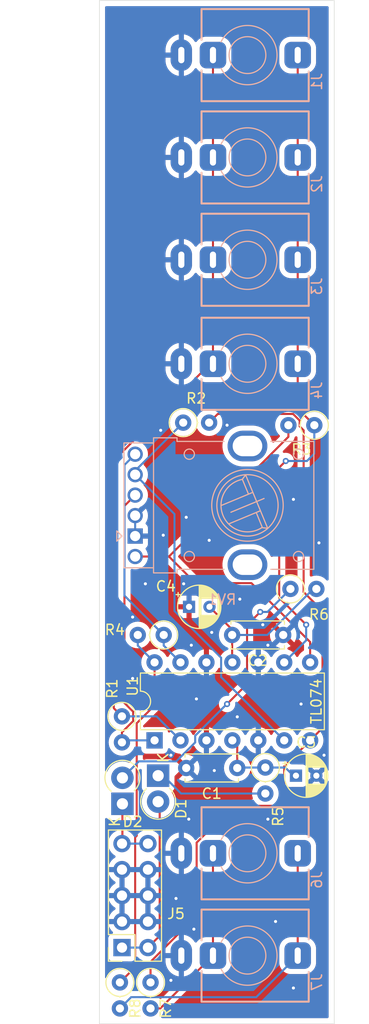
<source format=kicad_pcb>
(kicad_pcb (version 20240108) (generator "pcbnew") (generator_version "8.0")
  (layers (0 "F.Cu" signal) (31 "B.Cu" signal) (34 "B.Paste" user) (35 "F.Paste" user) (36 "B.SilkS" user "B.Silkscreen") (37 "F.SilkS" user "F.Silkscreen") (38 "B.Mask" user) (39 "F.Mask" user) (44 "Edge.Cuts" user))
  (net 0 "")
  (net 1 "GND")
  (net 2 "+12V")
  (net 3 "-12V")
  (net 4 "Net-(D1-K)")
  (net 5 "Net-(D1-A)")
  (net 6 "Net-(D2-K)")
  (net 7 "Net-(D2-A)")
  (net 8 "Net-(U1A--)")
  (net 9 "Net-(U1C--)")
  (net 10 "Net-(J6-PadT)")
  (net 11 "Net-(J6-PadR)")
  (net 12 "Net-(R1-Pad2)")
  (net 13 "Net-(R2-Pad2)")
  (net 14 "Net-(U1B--)")
  (net 15 "Net-(R3-Pad2)")
  (net 16 "Net-(U1D--)")
  (net 17 "Net-(R4-Pad2)")
  (footprint "Diode_THT:D_DO-41_SOD81_P2.54mm_Vertical_KathodeUp" (layer "F.Cu") (at 101.75 129 90)
    (property "Reference" "D2" (at -1.75 1 180) (layer "F.SilkS"))
    (property "Value" "1N5819")
    (fp_text user "K" (at -1.75 -0.75 90) (layer "F.SilkS"))
    (pad "1" thru_hole rect (at 0 0 90) (size 2.2 2.2) (drill 1.1) (layers "*.Cu" "*.Mask") (net 6 "Net-(D2-K)"))
    (pad "2" thru_hole oval (at 2.54 0 90) (size 2.2 2.2) (drill 1.1) (layers "*.Cu" "*.Mask") (net 7 "Net-(D2-A)"))
  )
  (footprint "Capacitor_THT:C_Disc_D5.0mm_W2.5mm_P5.00mm" (layer "F.Cu") (at 113 125.5 180)
    (property "Reference" "C1" (at 2.5 -2.5 180) (layer "F.SilkS"))
    (property "Value" "0.1uF_0603_16V")
    (pad "1" thru_hole circle (at 0 0 180) (size 1.6 1.6) (drill 0.8) (layers "*.Cu" "*.Mask") (net 2 "+12V"))
    (pad "2" thru_hole circle (at 5 0 180) (size 1.6 1.6) (drill 0.8) (layers "*.Cu" "*.Mask") (net 1 "GND"))
  )
  (footprint "Diode_THT:D_DO-41_SOD81_P2.54mm_Vertical_KathodeUp" (layer "F.Cu") (at 105.25 126.25 -90)
    (property "Reference" "D1" (at 3.25 -2.25 90) (layer "F.SilkS"))
    (property "Value" "1N5819")
    (fp_text user "K" (at -1.75 -0.5 90) (layer "F.SilkS"))
    (pad "1" thru_hole rect (at 0 0 270) (size 2.2 2.2) (drill 1.1) (layers "*.Cu" "*.Mask") (net 4 "Net-(D1-K)"))
    (pad "2" thru_hole oval (at 2.54 0 270) (size 2.2 2.2) (drill 1.1) (layers "*.Cu" "*.Mask") (net 5 "Net-(D1-A)"))
  )
  (footprint "PCM_4ms_Package_DIP:DIP-14_W7.62mm" (layer "F.Cu") (at 104.95 122.8 90)
    (property "Reference" "U1" (at 5.3 -2.2 270) (layer "F.SilkS"))
    (property "Value" "TL074" (at 3.81 15.8 270) (layer "F.SilkS"))
    (fp_text user "" (at 3.81 7.57 270) (layer "F.SilkS"))
    (pad "1" thru_hole rect (at 0 -0.05 90) (size 1.6 1.6) (drill 0.8) (layers "*.Cu" "*.Mask") (net 12 "Net-(R1-Pad2)"))
    (pad "2" thru_hole oval (at 0 2.49 90) (size 1.6 1.6) (drill 0.8) (layers "*.Cu" "*.Mask") (net 8 "Net-(U1A--)"))
    (pad "3" thru_hole oval (at 0 5.03 90) (size 1.6 1.6) (drill 0.8) (layers "*.Cu" "*.Mask") (net 1 "GND"))
    (pad "4" thru_hole oval (at 0 7.57 90) (size 1.6 1.6) (drill 0.8) (layers "*.Cu" "*.Mask") (net 2 "+12V"))
    (pad "5" thru_hole oval (at 0 10.11 90) (size 1.6 1.6) (drill 0.8) (layers "*.Cu" "*.Mask") (net 1 "GND"))
    (pad "6" thru_hole oval (at 0 12.65 90) (size 1.6 1.6) (drill 0.8) (layers "*.Cu" "*.Mask") (net 14 "Net-(U1B--)"))
    (pad "7" thru_hole oval (at 0 15.19 90) (size 1.6 1.6) (drill 0.8) (layers "*.Cu" "*.Mask") (net 13 "Net-(R2-Pad2)"))
    (pad "8" thru_hole oval (at 7.62 15.19 90) (size 1.6 1.6) (drill 0.8) (layers "*.Cu" "*.Mask") (net 15 "Net-(R3-Pad2)"))
    (pad "9" thru_hole oval (at 7.62 12.65 90) (size 1.6 1.6) (drill 0.8) (layers "*.Cu" "*.Mask") (net 9 "Net-(U1C--)"))
    (pad "10" thru_hole oval (at 7.62 10.11 90) (size 1.6 1.6) (drill 0.8) (layers "*.Cu" "*.Mask") (net 1 "GND"))
    (pad "11" thru_hole oval (at 7.62 7.57 90) (size 1.6 1.6) (drill 0.8) (layers "*.Cu" "*.Mask") (net 3 "-12V"))
    (pad "12" thru_hole oval (at 7.62 5.03 90) (size 1.6 1.6) (drill 0.8) (layers "*.Cu" "*.Mask") (net 1 "GND"))
    (pad "13" thru_hole oval (at 7.62 2.49 90) (size 1.6 1.6) (drill 0.8) (layers "*.Cu" "*.Mask") (net 16 "Net-(U1D--)"))
    (pad "14" thru_hole oval (at 7.62 -0.05 90) (size 1.6 1.6) (drill 0.8) (layers "*.Cu" "*.Mask") (net 17 "Net-(R4-Pad2)"))
  )
  (footprint "Connector_PinSocket_2.54mm:PinSocket_2x05_P2.54mm_Vertical" (layer "F.Cu") (at 101.71 143.05 180)
    (property "Reference" "J5" (at -5.29 3.3 180) (layer "F.SilkS"))
    (property "Value" "Eurorack_Power_10pin_Unshrouded")
    (pad "1" thru_hole rect (at 0 0 180) (size 1.7 1.7) (drill 1) (layers "*.Cu" "*.Mask") (net 5 "Net-(D1-A)"))
    (pad "2" thru_hole oval (at -2.54 0 180) (size 1.7 1.7) (drill 1) (layers "*.Cu" "*.Mask") (net 5 "Net-(D1-A)"))
    (pad "3" thru_hole oval (at 0 2.54 180) (size 1.7 1.7) (drill 1) (layers "*.Cu" "*.Mask") (net 1 "GND"))
    (pad "4" thru_hole oval (at -2.54 2.54 180) (size 1.7 1.7) (drill 1) (layers "*.Cu" "*.Mask") (net 1 "GND"))
    (pad "5" thru_hole oval (at 0 5.08 180) (size 1.7 1.7) (drill 1) (layers "*.Cu" "*.Mask") (net 1 "GND"))
    (pad "6" thru_hole oval (at -2.54 5.08 180) (size 1.7 1.7) (drill 1) (layers "*.Cu" "*.Mask") (net 1 "GND"))
    (pad "7" thru_hole oval (at 0 7.62 180) (size 1.7 1.7) (drill 1) (layers "*.Cu" "*.Mask") (net 1 "GND"))
    (pad "8" thru_hole oval (at -2.54 7.62 180) (size 1.7 1.7) (drill 1) (layers "*.Cu" "*.Mask") (net 1 "GND"))
    (pad "9" thru_hole oval (at 0 10.16 180) (size 1.7 1.7) (drill 1) (layers "*.Cu" "*.Mask") (net 6 "Net-(D2-K)"))
    (pad "10" thru_hole oval (at -2.54 10.16 180) (size 1.7 1.7) (drill 1) (layers "*.Cu" "*.Mask") (net 6 "Net-(D2-K)"))
  )
  (footprint "Capacitor_THT:CP_Radial_D4.0mm_P2.00mm" (layer "F.Cu") (at 108.277401 109.749998)
    (property "Reference" "C4" (at -2.277401 -1.999998 360) (layer "F.SilkS"))
    (property "Value" "47uF_5x5.3_16V")
    (pad "1" thru_hole rect (at 0 0) (size 1.2 1.2) (drill 0.6) (layers "*.Cu" "*.Mask") (net 1 "GND"))
    (pad "2" thru_hole circle (at 2 0) (size 1.2 1.2) (drill 0.6) (layers "*.Cu" "*.Mask") (net 3 "-12V"))
  )
  (footprint "Resistor_THT:R_Axial_DIN0207_L6.3mm_D2.5mm_P2.54mm_Vertical" (layer "F.Cu") (at 115.75 125.455 -90)
    (property "Reference" "R5" (at 4.795 -1.25 90) (layer "F.SilkS"))
    (property "Value" "10")
    (pad "1" thru_hole circle (at 0 0 270) (size 1.6 1.6) (drill 0.8) (layers "*.Cu" "*.Mask") (net 2 "+12V"))
    (pad "2" thru_hole oval (at 2.54 0 270) (size 1.6 1.6) (drill 0.8) (layers "*.Cu" "*.Mask") (net 4 "Net-(D1-K)"))
  )
  (footprint "Resistor_THT:R_Axial_DIN0207_L6.3mm_D2.5mm_P2.54mm_Vertical" (layer "F.Cu") (at 101.705 120.455 -90)
    (property "Reference" "R1" (at -2.705 0.955 90) (layer "F.SilkS"))
    (property "Value" "100k")
    (pad "1" thru_hole circle (at 0 0 270) (size 1.6 1.6) (drill 0.8) (layers "*.Cu" "*.Mask") (net 8 "Net-(U1A--)"))
    (pad "2" thru_hole oval (at 2.54 0 270) (size 1.6 1.6) (drill 0.8) (layers "*.Cu" "*.Mask") (net 12 "Net-(R1-Pad2)"))
  )
  (footprint "Resistor_THT:R_Axial_DIN0207_L6.3mm_D2.5mm_P2.54mm_Vertical" (layer "F.Cu") (at 104.505 146.455 -90)
    (property "Reference" "R7" (at 2.545 -1.495 90) (layer "F.SilkS"))
    (property "Value" "1k")
    (pad "1" thru_hole circle (at 0 0 270) (size 1.6 1.6) (drill 0.8) (layers "*.Cu" "*.Mask") (net 13 "Net-(R2-Pad2)"))
    (pad "2" thru_hole oval (at 2.54 0 270) (size 1.6 1.6) (drill 0.8) (layers "*.Cu" "*.Mask") (net 11 "Net-(J6-PadR)"))
  )
  (footprint "Resistor_THT:R_Axial_DIN0207_L6.3mm_D2.5mm_P2.54mm_Vertical" (layer "F.Cu") (at 120.55 92 180)
    (property "Reference" "R3" (at 1.27 -2.37 180) (layer "F.SilkS"))
    (property "Value" "100k")
    (pad "1" thru_hole circle (at 0 0 180) (size 1.6 1.6) (drill 0.8) (layers "*.Cu" "*.Mask") (net 9 "Net-(U1C--)"))
    (pad "2" thru_hole oval (at 2.54 0 180) (size 1.6 1.6) (drill 0.8) (layers "*.Cu" "*.Mask") (net 15 "Net-(R3-Pad2)"))
  )
  (footprint "Capacitor_THT:CP_Radial_D4.0mm_P2.00mm" (layer "F.Cu") (at 118.75 126.25)
    (property "Reference" "C3" (at 1 -3.25 360) (layer "F.SilkS"))
    (property "Value" "47uF_5x5.3_16V")
    (pad "1" thru_hole rect (at 0 0) (size 1.2 1.2) (drill 0.6) (layers "*.Cu" "*.Mask") (net 2 "+12V"))
    (pad "2" thru_hole circle (at 2 0) (size 1.2 1.2) (drill 0.6) (layers "*.Cu" "*.Mask") (net 1 "GND"))
  )
  (footprint "Resistor_THT:R_Axial_DIN0207_L6.3mm_D2.5mm_P2.54mm_Vertical" (layer "F.Cu") (at 101.505 146.455 -90)
    (property "Reference" "R8" (at 2.545 -1.495 90) (layer "F.SilkS"))
    (property "Value" "1k")
    (pad "1" thru_hole circle (at 0 0 270) (size 1.6 1.6) (drill 0.8) (layers "*.Cu" "*.Mask") (net 17 "Net-(R4-Pad2)"))
    (pad "2" thru_hole oval (at 2.54 0 270) (size 1.6 1.6) (drill 0.8) (layers "*.Cu" "*.Mask") (net 10 "Net-(J6-PadT)"))
  )
  (footprint "Capacitor_THT:C_Disc_D5.0mm_W2.5mm_P5.00mm" (layer "F.Cu") (at 117.5 112.5 180)
    (property "Reference" "C2" (at 2.5 -2.5 180) (layer "F.SilkS"))
    (property "Value" "0.1uF_0603_16V")
    (pad "1" thru_hole circle (at 0 0 180) (size 1.6 1.6) (drill 0.8) (layers "*.Cu" "*.Mask") (net 1 "GND"))
    (pad "2" thru_hole circle (at 5 0 180) (size 1.6 1.6) (drill 0.8) (layers "*.Cu" "*.Mask") (net 3 "-12V"))
  )
  (footprint "Resistor_THT:R_Axial_DIN0207_L6.3mm_D2.5mm_P2.54mm_Vertical" (layer "F.Cu") (at 118.21 108)
    (property "Reference" "R6" (at 2.79 2.5 0) (layer "F.SilkS"))
    (property "Value" "10")
    (pad "1" thru_hole circle (at 0 0) (size 1.6 1.6) (drill 0.8) (layers "*.Cu" "*.Mask") (net 7 "Net-(D2-A)"))
    (pad "2" thru_hole oval (at 2.54 0) (size 1.6 1.6) (drill 0.8) (layers "*.Cu" "*.Mask") (net 3 "-12V"))
  )
  (footprint "Resistor_THT:R_Axial_DIN0207_L6.3mm_D2.5mm_P2.54mm_Vertical" (layer "F.Cu") (at 105.795 112.5 180)
    (property "Reference" "R4" (at 4.795 0.5 180) (layer "F.SilkS"))
    (property "Value" "100k")
    (pad "1" thru_hole circle (at 0 0 180) (size 1.6 1.6) (drill 0.8) (layers "*.Cu" "*.Mask") (net 16 "Net-(U1D--)"))
    (pad "2" thru_hole oval (at 2.54 0 180) (size 1.6 1.6) (drill 0.8) (layers "*.Cu" "*.Mask") (net 17 "Net-(R4-Pad2)"))
  )
  (footprint "Resistor_THT:R_Axial_DIN0207_L6.3mm_D2.5mm_P2.54mm_Vertical" (layer "F.Cu") (at 107.705 91.75)
    (property "Reference" "R2" (at 1.27 -2.37 0) (layer "F.SilkS"))
    (property "Value" "100k")
    (pad "1" thru_hole circle (at 0 0) (size 1.6 1.6) (drill 0.8) (layers "*.Cu" "*.Mask") (net 14 "Net-(U1B--)"))
    (pad "2" thru_hole oval (at 2.54 0) (size 1.6 1.6) (drill 0.8) (layers "*.Cu" "*.Mask") (net 13 "Net-(R2-Pad2)"))
  )
  (footprint "mort_mix:Jack_3.5mm_QingPu_WQP-PJ366ST_Vertical" (layer "B.Cu") (at 114 55.835 90)
    (property "Reference" "J1" (at -2.6 6.8 270) (layer "B.SilkS") (effects (justify mirror)))
    (property "Value" "AudioJack3")
    (pad "R" thru_hole roundrect (at 0 -3.38 90) (size 2.6 2.6) (drill oval 1.6 0.6) (layers "*.Cu" "*.Mask") (net 8 "Net-(U1A--)"))
    (pad "S" thru_hole oval (at 0 -6.48 90) (size 3.1 2.1) (drill oval 1.6 0.6) (layers "*.Cu" "*.Mask") (net 1 "GND"))
    (pad "T" thru_hole roundrect (at 0 4.92 90) (size 2.6 2.6) (drill oval 1.6 0.6) (layers "*.Cu" "*.Mask") (net 9 "Net-(U1C--)"))
  )
  (footprint "mort_mix:Jack_3.5mm_QingPu_WQP-PJ366ST_Vertical" (layer "B.Cu") (at 114 143.835 90)
    (property "Reference" "J7" (at -2.6 6.8 270) (layer "B.SilkS") (effects (justify mirror)))
    (property "Value" "AudioJack3")
    (pad "R" thru_hole roundrect (at 0 -3.38 90) (size 2.6 2.6) (drill oval 1.6 0.6) (layers "*.Cu" "*.Mask") (net 11 "Net-(J6-PadR)"))
    (pad "S" thru_hole oval (at 0 -6.48 90) (size 3.1 2.1) (drill oval 1.6 0.6) (layers "*.Cu" "*.Mask") (net 1 "GND"))
    (pad "T" thru_hole roundrect (at 0 4.92 90) (size 2.6 2.6) (drill oval 1.6 0.6) (layers "*.Cu" "*.Mask") (net 10 "Net-(J6-PadT)"))
  )
  (footprint "mort_mix:Jack_3.5mm_QingPu_WQP-PJ366ST_Vertical" (layer "B.Cu") (at 114 86 90)
    (property "Reference" "J4" (at -2.6 6.8 270) (layer "B.SilkS") (effects (justify mirror)))
    (property "Value" "AudioJack3")
    (pad "R" thru_hole roundrect (at 0 -3.38 90) (size 2.6 2.6) (drill oval 1.6 0.6) (layers "*.Cu" "*.Mask") (net 8 "Net-(U1A--)"))
    (pad "S" thru_hole oval (at 0 -6.48 90) (size 3.1 2.1) (drill oval 1.6 0.6) (layers "*.Cu" "*.Mask") (net 1 "GND"))
    (pad "T" thru_hole roundrect (at 0 4.92 90) (size 2.6 2.6) (drill oval 1.6 0.6) (layers "*.Cu" "*.Mask") (net 9 "Net-(U1C--)"))
  )
  (footprint "mort_mix:Jack_3.5mm_QingPu_WQP-PJ366ST_Vertical" (layer "B.Cu") (at 114 65.835 90)
    (property "Reference" "J2" (at -2.6 6.8 270) (layer "B.SilkS") (effects (justify mirror)))
    (property "Value" "AudioJack3")
    (pad "R" thru_hole roundrect (at 0 -3.38 90) (size 2.6 2.6) (drill oval 1.6 0.6) (layers "*.Cu" "*.Mask") (net 8 "Net-(U1A--)"))
    (pad "S" thru_hole oval (at 0 -6.48 90) (size 3.1 2.1) (drill oval 1.6 0.6) (layers "*.Cu" "*.Mask") (net 1 "GND"))
    (pad "T" thru_hole roundrect (at 0 4.92 90) (size 2.6 2.6) (drill oval 1.6 0.6) (layers "*.Cu" "*.Mask") (net 9 "Net-(U1C--)"))
  )
  (footprint "mort_mix:Jack_3.5mm_QingPu_WQP-PJ366ST_Vertical" (layer "B.Cu") (at 114 133.835 90)
    (property "Reference" "J6" (at -2.6 6.8 270) (layer "B.SilkS") (effects (justify mirror)))
    (property "Value" "AudioJack3")
    (pad "R" thru_hole roundrect (at 0 -3.38 90) (size 2.6 2.6) (drill oval 1.6 0.6) (layers "*.Cu" "*.Mask") (net 11 "Net-(J6-PadR)"))
    (pad "S" thru_hole oval (at 0 -6.48 90) (size 3.1 2.1) (drill oval 1.6 0.6) (layers "*.Cu" "*.Mask") (net 1 "GND"))
    (pad "T" thru_hole roundrect (at 0 4.92 90) (size 2.6 2.6) (drill oval 1.6 0.6) (layers "*.Cu" "*.Mask") (net 10 "Net-(J6-PadT)"))
  )
  (footprint "mort_mix:Jack_3.5mm_QingPu_WQP-PJ366ST_Vertical" (layer "B.Cu") (at 114 75.835 90)
    (property "Reference" "J3" (at -2.6 6.8 270) (layer "B.SilkS") (effects (justify mirror)))
    (property "Value" "AudioJack3")
    (pad "R" thru_hole roundrect (at 0 -3.38 90) (size 2.6 2.6) (drill oval 1.6 0.6) (layers "*.Cu" "*.Mask") (net 8 "Net-(U1A--)"))
    (pad "S" thru_hole oval (at 0 -6.48 90) (size 3.1 2.1) (drill oval 1.6 0.6) (layers "*.Cu" "*.Mask") (net 1 "GND"))
    (pad "T" thru_hole roundrect (at 0 4.92 90) (size 2.6 2.6) (drill oval 1.6 0.6) (layers "*.Cu" "*.Mask") (net 9 "Net-(U1C--)"))
  )
  (footprint "Potentiometer_THT:Potentiometer_Bourns_PTV112-4_Dual_Vertical" (layer "B.Cu") (at 114 99.835)
    (property "Reference" "RV1" (at -2.5 9.2 360) (layer "B.SilkS") (effects (justify mirror)))
    (property "Value" "100k")
    (pad "1" thru_hole rect (at -11 3 90) (size 1.5 1.5) (drill 1) (layers "*.Cu" "*.Mask") (net 1 "GND"))
    (pad "2" thru_hole circle (at -11 5 90) (size 1.5 1.5) (drill 1) (layers "*.Cu" "*.Mask") (net 15 "Net-(R3-Pad2)"))
    (pad "3" thru_hole circle (at -11 -5 90) (size 1.5 1.5) (drill 1) (layers "*.Cu" "*.Mask") (net 16 "Net-(U1D--)"))
    (pad "4" thru_hole circle (at -11 1 90) (size 1.5 1.5) (drill 1) (layers "*.Cu" "*.Mask") (net 1 "GND"))
    (pad "5" thru_hole circle (at -11 -1 90) (size 1.5 1.5) (drill 1) (layers "*.Cu" "*.Mask") (net 12 "Net-(R1-Pad2)"))
    (pad "6" thru_hole circle (at -11 -3 90) (size 1.5 1.5) (drill 1) (layers "*.Cu" "*.Mask") (net 14 "Net-(U1B--)"))
    (pad "SH" thru_hole oval (at 0 -5.8 90) (size 3 3.9) (drill oval 2 2.9) (layers "*.Cu" "*.Mask"))
    (pad "SH" thru_hole oval (at 0 5.8 90) (size 3 3.9) (drill oval 2 2.9) (layers "*.Cu" "*.Mask"))
    (zone (net 0) (net_name "") (layer "B.Cu") (connect_pads (clearance 0)) (min_thickness 0.25)
      (keepout (tracks not_allowed) (vias not_allowed) (pads allowed) (copperpour not_allowed) (footprints not_allowed))
      (fill (thermal_gap 0.5) (thermal_bridge_width 0.5))
      (polygon (pts (xy 120.35 94.835) (xy 120.35 93.035) (xy 106.95 93.035) (xy 106.95 94.835)))
    )
    (zone (net 0) (net_name "") (layer "B.Cu") (connect_pads (clearance 0)) (min_thickness 0.25)
      (keepout (tracks not_allowed) (vias not_allowed) (pads allowed) (copperpour not_allowed) (footprints not_allowed))
      (fill (thermal_gap 0.5) (thermal_bridge_width 0.5))
      (polygon (pts (xy 120.35 106.635) (xy 120.35 104.835) (xy 106.95 104.835) (xy 106.95 106.635)))
    )
  )
  (gr_rect (start 99.5 50.5) (end 122.5 150.5) (stroke (width 0.05)) (fill none) (layer "Edge.Cuts"))
  (via (at 119.25 119.25) (size 0.6) (drill 0.3) (layers "F.Cu" "B.Cu") (net 1))
  (via (at 102.75 116.75) (size 0.6) (drill 0.3) (layers "F.Cu" "B.Cu") (net 1))
  (via (at 113 120.5) (size 0.6) (drill 0.3) (layers "F.Cu" "B.Cu") (net 1))
  (via (at 108.25 130.5) (size 0.6) (drill 0.3) (layers "F.Cu" "B.Cu") (net 1))
  (via (at 102.75 110.75) (size 0.6) (drill 0.3) (layers "F.Cu" "B.Cu") (net 1))
  (via (at 118.5 99.25) (size 0.6) (drill 0.3) (layers "F.Cu" "B.Cu") (net 1))
  (via (at 107.75 107.5) (size 0.6) (drill 0.3) (layers "F.Cu" "B.Cu") (net 1))
  (via (at 116.75 140.5) (size 0.6) (drill 0.3) (layers "F.Cu" "B.Cu") (net 1))
  (via (at 110.75 125.75) (size 0.6) (drill 0.3) (layers "F.Cu" "B.Cu") (net 1))
  (via (at 116 113.5) (size 0.6) (drill 0.3) (layers "F.Cu" "B.Cu") (net 1))
  (via (at 105.5 92.5) (size 0.6) (drill 0.3) (layers "F.Cu" "B.Cu") (net 1))
  (via (at 108.5 113.5) (size 0.6) (drill 0.3) (layers "F.Cu" "B.Cu") (net 1))
  (via (at 110.5 112.25) (size 0.6) (drill 0.3) (layers "F.Cu" "B.Cu") (net 1))
  (via (at 106.5 146.25) (size 0.6) (drill 0.3) (layers "F.Cu" "B.Cu") (net 1))
  (via (at 121.5 124.25) (size 0.6) (drill 0.3) (layers "F.Cu" "B.Cu") (net 1))
  (via (at 115.5 111.5) (size 0.6) (drill 0.3) (layers "F.Cu" "B.Cu") (net 1))
  (via (at 104 107.5) (size 0.6) (drill 0.3) (layers "F.Cu" "B.Cu") (net 1))
  (via (at 121 103.5) (size 0.6) (drill 0.3) (layers "F.Cu" "B.Cu") (net 1))
  (via (at 113.25 109) (size 0.6) (drill 0.3) (layers "F.Cu" "B.Cu") (net 1))
  (via (at 106.5 124.25) (size 0.6) (drill 0.3) (layers "F.Cu" "B.Cu") (net 1))
  (via (at 107 138.25) (size 0.6) (drill 0.3) (layers "F.Cu" "B.Cu") (net 1))
  (via (at 108.75 141.25) (size 0.6) (drill 0.3) (layers "F.Cu" "B.Cu") (net 1))
  (via (at 108 101) (size 0.6) (drill 0.3) (layers "F.Cu" "B.Cu") (net 1))
  (via (at 112 92) (size 0.6) (drill 0.3) (layers "F.Cu" "B.Cu") (net 1))
  (via (at 118.5 147) (size 0.6) (drill 0.3) (layers "F.Cu" "B.Cu") (net 1))
  (via (at 109 118.75) (size 0.6) (drill 0.3) (layers "F.Cu" "B.Cu") (net 1))
  (via (at 110.25 103.25) (size 0.6) (drill 0.3) (layers "F.Cu" "B.Cu") (net 1))
  (via (at 105.75 102.75) (size 0.6) (drill 0.3) (layers "F.Cu" "B.Cu") (net 1))
  (via (at 116 130.5) (size 0.6) (drill 0.3) (layers "F.Cu" "B.Cu") (net 1))
  (segment (start 103 102.835) (end 103 100.835) (width 0.2) (layer "B.Cu") (net 1))
  (segment (start 113 123.28) (end 112.52 122.8) (width 0.2) (layer "F.Cu") (net 2))
  (segment (start 113 125.5) (end 113 123.28) (width 0.2) (layer "F.Cu") (net 2))
  (segment (start 117.705 125.455) (end 115.75 125.455) (width 0.2) (layer "B.Cu") (net 2))
  (segment (start 113.295 125.455) (end 115.75 125.455) (width 0.2) (layer "B.Cu") (net 2))
  (segment (start 113.25 125.5) (end 113.295 125.455) (width 0.2) (layer "B.Cu") (net 2))
  (segment (start 118.5 126.25) (end 117.705 125.455) (width 0.2) (layer "B.Cu") (net 2))
  (segment (start 113 125.5) (end 113.25 125.5) (width 0.2) (layer "B.Cu") (net 2))
  (segment (start 118.75 126.25) (end 118.5 126.25) (width 0.2) (layer "B.Cu") (net 2))
  (segment (start 112.5 115.16) (end 112.52 115.18) (width 0.2) (layer "F.Cu") (net 3))
  (segment (start 112.5 111.972597) (end 112.5 112.5) (width 0.2) (layer "F.Cu") (net 3))
  (segment (start 110.277401 109.749998) (end 112.5 111.972597) (width 0.2) (layer "F.Cu") (net 3))
  (segment (start 112.5 112.5) (end 112.5 115.16) (width 0.2) (layer "F.Cu") (net 3))
  (segment (start 115.944365 112.5) (end 112.5 112.5) (width 0.2) (layer "B.Cu") (net 3))
  (segment (start 120.75 108) (end 120.444365 108) (width 0.2) (layer "B.Cu") (net 3))
  (segment (start 120.444365 108) (end 115.944365 112.5) (width 0.2) (layer "B.Cu") (net 3))
  (segment (start 107.495 127.995) (end 115.75 127.995) (width 0.2) (layer "B.Cu") (net 4))
  (segment (start 105.25 126.25) (end 105.75 126.25) (width 0.2) (layer "B.Cu") (net 4))
  (segment (start 105.75 126.25) (end 107.495 127.995) (width 0.2) (layer "B.Cu") (net 4))
  (segment (start 105.4 141.9) (end 104.25 143.05) (width 0.2) (layer "F.Cu") (net 5))
  (segment (start 105.4 128.94) (end 105.4 141.9) (width 0.2) (layer "F.Cu") (net 5))
  (segment (start 105.25 128.79) (end 105.4 128.94) (width 0.2) (layer "F.Cu") (net 5))
  (segment (start 104.25 143.05) (end 101.71 143.05) (width 0.2) (layer "B.Cu") (net 5))
  (segment (start 101.75 129) (end 101.75 132.85) (width 0.2) (layer "F.Cu") (net 6))
  (segment (start 101.75 132.85) (end 101.71 132.89) (width 0.2) (layer "F.Cu") (net 6))
  (segment (start 104.25 132.89) (end 101.71 132.89) (width 0.2) (layer "B.Cu") (net 6))
  (segment (start 113.96 117.29) (end 113.96 111.54) (width 0.2) (layer "F.Cu") (net 7))
  (segment (start 112 119.25) (end 113.96 117.29) (width 0.2) (layer "F.Cu") (net 7))
  (segment (start 113.96 111.54) (end 115.25 110.25) (width 0.2) (layer "F.Cu") (net 7))
  (via (at 115.25 110.25) (size 0.6) (drill 0.3) (layers "F.Cu" "B.Cu") (net 7))
  (via (at 112 119.25) (size 0.6) (drill 0.3) (layers "F.Cu" "B.Cu") (net 7))
  (segment (start 108.88 123) (end 108.88 122.344365) (width 0.2) (layer "B.Cu") (net 7))
  (segment (start 103.36 124.85) (end 107.03 124.85) (width 0.2) (layer "B.Cu") (net 7))
  (segment (start 115.96 110.25) (end 118.21 108) (width 0.2) (layer "B.Cu") (net 7))
  (segment (start 101.75 126.46) (end 103.36 124.85) (width 0.2) (layer "B.Cu") (net 7))
  (segment (start 111.974365 119.25) (end 112 119.25) (width 0.2) (layer "B.Cu") (net 7))
  (segment (start 108.88 122.344365) (end 111.974365 119.25) (width 0.2) (layer "B.Cu") (net 7))
  (segment (start 107.03 124.85) (end 108.88 123) (width 0.2) (layer "B.Cu") (net 7))
  (segment (start 115.25 110.25) (end 115.96 110.25) (width 0.2) (layer "B.Cu") (net 7))
  (segment (start 110.62 55.835) (end 110.62 86) (width 0.2) (layer "F.Cu") (net 8))
  (segment (start 110.350075 86) (end 100.905001 95.445074) (width 0.2) (layer "F.Cu") (net 8))
  (segment (start 110.62 86) (end 110.350075 86) (width 0.2) (layer "F.Cu") (net 8))
  (segment (start 100.905001 119.655001) (end 101.705 120.455) (width 0.2) (layer "F.Cu") (net 8))
  (segment (start 100.905001 95.445074) (end 100.905001 119.655001) (width 0.2) (layer "F.Cu") (net 8))
  (segment (start 107.44 122.8) (end 105.095 120.455) (width 0.2) (layer "B.Cu") (net 8))
  (segment (start 105.095 120.455) (end 101.705 120.455) (width 0.2) (layer "B.Cu") (net 8))
  (segment (start 117.11 96.14) (end 117.75 95.5) (width 0.2) (layer "F.Cu") (net 9))
  (segment (start 118.92 90.37) (end 120.55 92) (width 0.2) (layer "F.Cu") (net 9))
  (segment (start 117.11 108.86) (end 117.11 96.14) (width 0.2) (layer "F.Cu") (net 9))
  (segment (start 118.92 86) (end 118.92 90.37) (width 0.2) (layer "F.Cu") (net 9))
  (segment (start 119.75 111.5) (end 117.11 108.86) (width 0.2) (layer "F.Cu") (net 9))
  (segment (start 118.92 86) (end 118.92 55.835) (width 0.2) (layer "F.Cu") (net 9))
  (via (at 117.75 95.5) (size 0.6) (drill 0.3) (layers "F.Cu" "B.Cu") (net 9))
  (via (at 119.75 111.5) (size 0.6) (drill 0.3) (layers "F.Cu" "B.Cu") (net 9))
  (segment (start 119.826422 95.5) (end 120.55 94.776422) (width 0.2) (layer "B.Cu") (net 9))
  (segment (start 117.6 115.18) (end 119.75 113.03) (width 0.2) (layer "B.Cu") (net 9))
  (segment (start 119.75 113.03) (end 119.75 111.5) (width 0.2) (layer "B.Cu") (net 9))
  (segment (start 120.55 94.776422) (end 120.55 92) (width 0.2) (layer "B.Cu") (net 9))
  (segment (start 117.75 95.5) (end 119.826422 95.5) (width 0.2) (layer "B.Cu") (net 9))
  (segment (start 118.92 143.835) (end 118.92 133.835) (width 0.2) (layer "F.Cu") (net 10))
  (segment (start 102.605 147.895) (end 114.86 147.895) (width 0.2) (layer "B.Cu") (net 10))
  (segment (start 114.86 147.895) (end 118.92 143.835) (width 0.2) (layer "B.Cu") (net 10))
  (segment (start 101.505 148.995) (end 102.605 147.895) (width 0.2) (layer "B.Cu") (net 10))
  (segment (start 110.62 143.835) (end 110.62 133.835) (width 0.2) (layer "F.Cu") (net 11))
  (segment (start 104.505 148.995) (end 105.46 148.995) (width 0.2) (layer "F.Cu") (net 11))
  (segment (start 105.46 148.995) (end 110.62 143.835) (width 0.2) (layer "F.Cu") (net 11))
  (segment (start 102.805 119.999365) (end 102.805 120.910634) (width 0.2) (layer "F.Cu") (net 12))
  (segment (start 103 98.835) (end 101.95 99.885) (width 0.2) (layer "F.Cu") (net 12))
  (segment (start 102.805 120.910634) (end 101.705 122.010634) (width 0.2) (layer "F.Cu") (net 12))
  (segment (start 101.95 99.885) (end 101.95 119.144366) (width 0.2) (layer "F.Cu") (net 12))
  (segment (start 101.705 122.010634) (end 101.705 122.995) (width 0.2) (layer "F.Cu") (net 12))
  (segment (start 101.95 119.144366) (end 102.805 119.999365) (width 0.2) (layer "F.Cu") (net 12))
  (segment (start 101.9 122.8) (end 101.705 122.995) (width 0.2) (layer "B.Cu") (net 12))
  (segment (start 104.9 122.8) (end 101.9 122.8) (width 0.2) (layer "B.Cu") (net 12))
  (segment (start 119.11 91.544365) (end 118.465635 90.9) (width 0.2) (layer "F.Cu") (net 13))
  (segment (start 120.14 122.8) (end 121.35 121.59) (width 0.2) (layer "F.Cu") (net 13))
  (segment (start 104.505 146.455) (end 104.505 144.440812) (width 0.2) (layer "F.Cu") (net 13))
  (segment (start 118.465635 90.9) (end 111.095 90.9) (width 0.2) (layer "F.Cu") (net 13))
  (segment (start 104.505 144.440812) (end 109.02 139.925812) (width 0.2) (layer "F.Cu") (net 13))
  (segment (start 121.35 121.59) (end 121.35 110.155635) (width 0.2) (layer "F.Cu") (net 13))
  (segment (start 117.604188 129.195812) (end 117.604188 125.335812) (width 0.2) (layer "F.Cu") (net 13))
  (segment (start 111.095 90.9) (end 110.245 91.75) (width 0.2) (layer "F.Cu") (net 13))
  (segment (start 112.615684 129.195812) (end 117.604188 129.195812) (width 0.2) (layer "F.Cu") (net 13))
  (segment (start 117.604188 125.335812) (end 120.14 122.8) (width 0.2) (layer "F.Cu") (net 13))
  (segment (start 109.02 132.791496) (end 112.615684 129.195812) (width 0.2) (layer "F.Cu") (net 13))
  (segment (start 119.5 108.305635) (end 119.5 92.5) (width 0.2) (layer "F.Cu") (net 13))
  (segment (start 119.5 92.5) (end 119.11 92.11) (width 0.2) (layer "F.Cu") (net 13))
  (segment (start 119.11 92.11) (end 119.11 91.544365) (width 0.2) (layer "F.Cu") (net 13))
  (segment (start 121.35 110.155635) (end 119.5 108.305635) (width 0.2) (layer "F.Cu") (net 13))
  (segment (start 109.02 139.925812) (end 109.02 132.791496) (width 0.2) (layer "F.Cu") (net 13))
  (segment (start 111.42 116.62) (end 117.6 122.8) (width 0.2) (layer "B.Cu") (net 14))
  (segment (start 103 96.455) (end 103 96.835) (width 0.2) (layer "B.Cu") (net 14))
  (segment (start 106.85 100.685) (end 106.85 110.154365) (width 0.2) (layer "B.Cu") (net 14))
  (segment (start 103 96.835) (end 106.85 100.685) (width 0.2) (layer "B.Cu") (net 14))
  (segment (start 106.85 110.154365) (end 111.42 114.724365) (width 0.2) (layer "B.Cu") (net 14))
  (segment (start 111.42 114.724365) (end 111.42 116.62) (width 0.2) (layer "B.Cu") (net 14))
  (segment (start 107.705 91.75) (end 103 96.455) (width 0.2) (layer "B.Cu") (net 14))
  (segment (start 120.14 113.19) (end 120.14 115.18) (width 0.2) (layer "F.Cu") (net 15))
  (segment (start 118.01 93.13137) (end 106.30637 104.835) (width 0.2) (layer "F.Cu") (net 15))
  (segment (start 106.30637 104.835) (end 103 104.835) (width 0.2) (layer "F.Cu") (net 15))
  (segment (start 106.30637 104.835) (end 108.90637 107.435) (width 0.2) (layer "F.Cu") (net 15))
  (segment (start 118.01 92) (end 118.01 93.13137) (width 0.2) (layer "F.Cu") (net 15))
  (segment (start 114.385 107.435) (end 120.14 113.19) (width 0.2) (layer "F.Cu") (net 15))
  (segment (start 108.90637 107.435) (end 114.385 107.435) (width 0.2) (layer "F.Cu") (net 15))
  (segment (start 101.95 108.655) (end 105.795 112.5) (width 0.2) (layer "B.Cu") (net 16))
  (segment (start 107.44 115.18) (end 105.795 113.535) (width 0.2) (layer "B.Cu") (net 16))
  (segment (start 103 94.835) (end 101.95 95.885) (width 0.2) (layer "B.Cu") (net 16))
  (segment (start 101.95 95.885) (end 101.95 108.655) (width 0.2) (layer "B.Cu") (net 16))
  (segment (start 105.795 113.535) (end 105.795 112.5) (width 0.2) (layer "B.Cu") (net 16))
  (segment (start 103.15 121.13132) (end 103.15 132.123654) (width 0.2) (layer "F.Cu") (net 17))
  (segment (start 103 132.273654) (end 103 144.96) (width 0.2) (layer "F.Cu") (net 17))
  (segment (start 104.9 119.38132) (end 103.15 121.13132) (width 0.2) (layer "F.Cu") (net 17))
  (segment (start 103 144.96) (end 101.505 146.455) (width 0.2) (layer "F.Cu") (net 17))
  (segment (start 103.15 132.123654) (end 103 132.273654) (width 0.2) (layer "F.Cu") (net 17))
  (segment (start 104.9 115.18) (end 104.9 119.38132) (width 0.2) (layer "F.Cu") (net 17))
  (segment (start 104.9 115.18) (end 103.255 113.535) (width 0.2) (layer "B.Cu") (net 17))
  (segment (start 103.255 113.535) (end 103.255 112.5) (width 0.2) (layer "B.Cu") (net 17))
  (zone (net 1) (net_name "GND") (layers "F&B.Cu") (connect_pads (clearance 0.5)) (min_thickness 0.25) (fill yes (thermal_gap 0.5) (thermal_bridge_width 0.5))
    (polygon (pts (xy 122.5 150.5) (xy 99.5 150.5) (xy 99.5 50.5) (xy 122.5 50.5)))
  )
)
</source>
